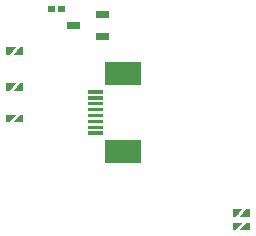
<source format=gbp>
G04 Layer: BottomPasteMaskLayer*
G04 EasyEDA v6.4.25, 2021-12-06T02:48:24+01:00*
G04 3d30912b60d9496eba34c91f18b07311,db93e8822c7348a7aec6f6efa12e507d,10*
G04 Gerber Generator version 0.2*
G04 Scale: 100 percent, Rotated: No, Reflected: No *
G04 Dimensions in millimeters *
G04 leading zeros omitted , absolute positions ,4 integer and 5 decimal *
%FSLAX45Y45*%
%MOMM*%

%ADD10C,0.0001*%

%LPD*%
G36*
X732536Y-404774D02*
G01*
X728522Y-408787D01*
X728522Y-454812D01*
X732536Y-458825D01*
X782624Y-458825D01*
X786587Y-454812D01*
X786587Y-408787D01*
X782624Y-404774D01*
G37*
G36*
X817575Y-404774D02*
G01*
X813612Y-408787D01*
X813612Y-454812D01*
X817575Y-458825D01*
X867664Y-458825D01*
X871677Y-454812D01*
X871677Y-408787D01*
X867664Y-404774D01*
G37*
G36*
X1065844Y-1118102D02*
G01*
X1065844Y-1148105D01*
X1190843Y-1148105D01*
X1190843Y-1118102D01*
G37*
G36*
X1065844Y-1168102D02*
G01*
X1065844Y-1198105D01*
X1190843Y-1198105D01*
X1190843Y-1168102D01*
G37*
G36*
X1065844Y-1218102D02*
G01*
X1065844Y-1248105D01*
X1190843Y-1248105D01*
X1190843Y-1218102D01*
G37*
G36*
X1065844Y-1268102D02*
G01*
X1065844Y-1298105D01*
X1190843Y-1298105D01*
X1190843Y-1268102D01*
G37*
G36*
X1065844Y-1318102D02*
G01*
X1065844Y-1348104D01*
X1190843Y-1348104D01*
X1190843Y-1318102D01*
G37*
G36*
X1065844Y-1368102D02*
G01*
X1065844Y-1398104D01*
X1190843Y-1398104D01*
X1190843Y-1368102D01*
G37*
G36*
X1065844Y-1418102D02*
G01*
X1065844Y-1448104D01*
X1190843Y-1448104D01*
X1190843Y-1418102D01*
G37*
G36*
X1065844Y-1468102D02*
G01*
X1065844Y-1498104D01*
X1190843Y-1498104D01*
X1190843Y-1468102D01*
G37*
G36*
X1210840Y-879104D02*
G01*
X1210840Y-1079103D01*
X1510842Y-1079103D01*
X1510842Y-879104D01*
G37*
G36*
X1210840Y-1537093D02*
G01*
X1210840Y-1737093D01*
X1510842Y-1737093D01*
X1510842Y-1537093D01*
G37*
G36*
X1136799Y-506503D02*
G01*
X1243799Y-506503D01*
X1243799Y-446504D01*
X1136799Y-446504D01*
G37*
G36*
X1136799Y-696495D02*
G01*
X1243799Y-696495D01*
X1243799Y-636496D01*
X1136799Y-636496D01*
G37*
G36*
X889800Y-601499D02*
G01*
X996800Y-601499D01*
X996800Y-541500D01*
X889800Y-541500D01*
G37*
G36*
X516889Y-754887D02*
G01*
X486918Y-754887D01*
X436918Y-819912D01*
X516889Y-819912D01*
G37*
G36*
X372618Y-819912D02*
G01*
X402589Y-819912D01*
X452716Y-754887D01*
X372618Y-754887D01*
G37*
G36*
X516889Y-1059687D02*
G01*
X486918Y-1059687D01*
X436918Y-1124712D01*
X516889Y-1124712D01*
G37*
G36*
X372618Y-1124712D02*
G01*
X402589Y-1124712D01*
X452716Y-1059687D01*
X372618Y-1059687D01*
G37*
G36*
X2434590Y-2240787D02*
G01*
X2404618Y-2240787D01*
X2354618Y-2305812D01*
X2434590Y-2305812D01*
G37*
G36*
X2290318Y-2305812D02*
G01*
X2320290Y-2305812D01*
X2370416Y-2240787D01*
X2290318Y-2240787D01*
G37*
G36*
X2434590Y-2126487D02*
G01*
X2404618Y-2126487D01*
X2354618Y-2191512D01*
X2434590Y-2191512D01*
G37*
G36*
X2290318Y-2191512D02*
G01*
X2320290Y-2191512D01*
X2370416Y-2126487D01*
X2290318Y-2126487D01*
G37*
G36*
X516889Y-1326387D02*
G01*
X486918Y-1326387D01*
X436918Y-1391412D01*
X516889Y-1391412D01*
G37*
G36*
X372618Y-1391412D02*
G01*
X402589Y-1391412D01*
X452716Y-1326387D01*
X372618Y-1326387D01*
G37*
M02*

</source>
